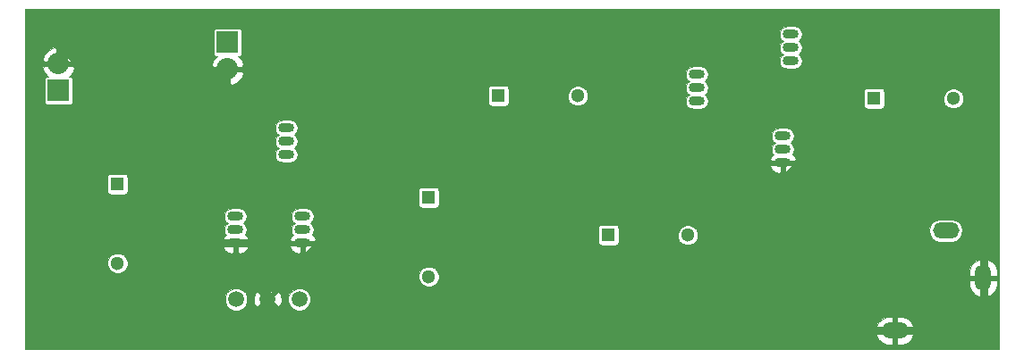
<source format=gbr>
G04 #@! TF.FileFunction,Copper,L2,Bot,Signal*
%FSLAX46Y46*%
G04 Gerber Fmt 4.6, Leading zero omitted, Abs format (unit mm)*
G04 Created by KiCad (PCBNEW 4.0.1-stable) date 1/9/2016 1:44:47 PM*
%MOMM*%
G01*
G04 APERTURE LIST*
%ADD10C,0.100000*%
%ADD11R,2.032000X2.032000*%
%ADD12O,2.032000X2.032000*%
%ADD13R,1.300000X1.300000*%
%ADD14C,1.300000*%
%ADD15O,1.501140X0.899160*%
%ADD16C,1.500000*%
%ADD17O,1.500000X2.500000*%
%ADD18O,2.500000X1.500000*%
%ADD19C,0.600000*%
%ADD20C,0.750000*%
G04 APERTURE END LIST*
D10*
D11*
X43180000Y-91948000D03*
D12*
X43180000Y-94488000D03*
D11*
X27178000Y-96520000D03*
D12*
X27178000Y-93980000D03*
D13*
X32766000Y-105410000D03*
D14*
X32766000Y-112910000D03*
D13*
X62230000Y-106680000D03*
D14*
X62230000Y-114180000D03*
D13*
X68834000Y-97028000D03*
D14*
X76334000Y-97028000D03*
D13*
X79248000Y-110236000D03*
D14*
X86748000Y-110236000D03*
D13*
X104394000Y-97282000D03*
D14*
X111894000Y-97282000D03*
D15*
X43942000Y-109728000D03*
X43942000Y-108458000D03*
X43942000Y-110998000D03*
X48768000Y-101346000D03*
X48768000Y-100076000D03*
X48768000Y-102616000D03*
X50292000Y-109728000D03*
X50292000Y-108458000D03*
X50292000Y-110998000D03*
X87630000Y-96266000D03*
X87630000Y-94996000D03*
X87630000Y-97536000D03*
X96520000Y-92456000D03*
X96520000Y-91186000D03*
X96520000Y-93726000D03*
X95758000Y-102108000D03*
X95758000Y-103378000D03*
X95758000Y-100838000D03*
D16*
X49990000Y-116332000D03*
X46990000Y-116332000D03*
X43990000Y-116332000D03*
D17*
X114724000Y-114300000D03*
D18*
X111174000Y-109800000D03*
X106374000Y-119300000D03*
D19*
X39243000Y-112268000D03*
X25146000Y-102235000D03*
X25273000Y-109347000D03*
X26924000Y-113157000D03*
X27559000Y-117221000D03*
X34671000Y-115951000D03*
X38735000Y-118364000D03*
X29591000Y-101219000D03*
X28956000Y-106172000D03*
X32385000Y-109728000D03*
X36068000Y-108585000D03*
X41402000Y-105410000D03*
X113411000Y-94107000D03*
X111252000Y-92075000D03*
X105791000Y-92075000D03*
X100457000Y-91567000D03*
X100584000Y-94488000D03*
X107061000Y-95504000D03*
X107315000Y-103505000D03*
X107061000Y-114554000D03*
X102362000Y-113792000D03*
X102997000Y-106045000D03*
X103632000Y-100584000D03*
X99060000Y-99695000D03*
X98679000Y-105791000D03*
X97663000Y-110744000D03*
X97917000Y-118364000D03*
X92329000Y-116840000D03*
X93853000Y-108839000D03*
X90297000Y-105029000D03*
X89408000Y-112522000D03*
X84709000Y-117475000D03*
X84074000Y-107696000D03*
X86487000Y-103886000D03*
X81280000Y-103505000D03*
X81153000Y-96266000D03*
X78359000Y-98679000D03*
X78359000Y-106299000D03*
X81407000Y-107823000D03*
X81788000Y-112649000D03*
X78867000Y-117602000D03*
X68580000Y-117221000D03*
X61595000Y-117475000D03*
X66294000Y-113411000D03*
X53086000Y-98806000D03*
X53594000Y-114046000D03*
X56134000Y-111633000D03*
X61087000Y-111252000D03*
X65024000Y-108966000D03*
X69342000Y-111887000D03*
X75946000Y-111506000D03*
X72136000Y-107188000D03*
X67310000Y-107188000D03*
X64770000Y-104775000D03*
X58420000Y-106807000D03*
X50038000Y-105410000D03*
X57150000Y-103378000D03*
X60579000Y-102870000D03*
X67056000Y-103378000D03*
X74168000Y-103505000D03*
X72263000Y-98933000D03*
X64770000Y-98933000D03*
X57658000Y-98806000D03*
X45593000Y-98552000D03*
X49403000Y-98552000D03*
X92964000Y-95123000D03*
X89916000Y-96647000D03*
X89916000Y-100203000D03*
X93091000Y-100203000D03*
X91313000Y-91186000D03*
X87503000Y-93726000D03*
X90043000Y-93091000D03*
X50800000Y-95250000D03*
X78105000Y-92710000D03*
X73914000Y-96393000D03*
X72136000Y-92583000D03*
X69342000Y-94996000D03*
X66548000Y-92329000D03*
X62865000Y-95250000D03*
X60198000Y-92456000D03*
X56515000Y-95504000D03*
X53721000Y-92456000D03*
X25273000Y-93980000D03*
X29083000Y-94107000D03*
X27178000Y-92075000D03*
X112776000Y-114300000D03*
X114808000Y-112141000D03*
X114808000Y-116459000D03*
X104140000Y-119380000D03*
X106426000Y-117602000D03*
X108839000Y-119253000D03*
X94234000Y-103505000D03*
X95758000Y-104775000D03*
X97409000Y-103378000D03*
X86106000Y-98679000D03*
X85979000Y-101473000D03*
X36703000Y-96901000D03*
X38989000Y-96901000D03*
X36576000Y-92837000D03*
X38989000Y-92710000D03*
X37846000Y-91440000D03*
X48133000Y-115189000D03*
X48133000Y-117348000D03*
X45974000Y-117348000D03*
X45974000Y-115189000D03*
X48895000Y-110998000D03*
X50292000Y-112395000D03*
X51943000Y-110998000D03*
X42291000Y-110998000D03*
X43942000Y-112395000D03*
X45720000Y-110998000D03*
X51689000Y-102743000D03*
X53086000Y-104140000D03*
X54483000Y-102743000D03*
X29464000Y-97282000D03*
X30734000Y-95250000D03*
X30734000Y-99060000D03*
X30353000Y-90678000D03*
X35687000Y-90678000D03*
X33020000Y-92329000D03*
X41402000Y-94488000D03*
X44958000Y-94488000D03*
X43180000Y-96266000D03*
D20*
X25146000Y-109220000D02*
X25146000Y-102235000D01*
X25273000Y-109347000D02*
X25146000Y-109220000D01*
X26924000Y-116586000D02*
X26924000Y-113157000D01*
X27559000Y-117221000D02*
X26924000Y-116586000D01*
X36322000Y-115951000D02*
X34671000Y-115951000D01*
X38735000Y-118364000D02*
X36322000Y-115951000D01*
X28956000Y-106299000D02*
X28956000Y-106172000D01*
X32385000Y-109728000D02*
X28956000Y-106299000D01*
X38227000Y-108585000D02*
X36068000Y-108585000D01*
X41402000Y-105410000D02*
X38227000Y-108585000D01*
X113284000Y-94107000D02*
X113411000Y-94107000D01*
X111252000Y-92075000D02*
X113284000Y-94107000D01*
X100965000Y-92075000D02*
X105791000Y-92075000D01*
X100457000Y-91567000D02*
X100965000Y-92075000D01*
X106045000Y-94488000D02*
X100584000Y-94488000D01*
X107061000Y-95504000D02*
X106045000Y-94488000D01*
X107315000Y-114300000D02*
X107315000Y-103505000D01*
X107061000Y-114554000D02*
X107315000Y-114300000D01*
X102362000Y-106680000D02*
X102362000Y-113792000D01*
X102997000Y-106045000D02*
X102362000Y-106680000D01*
X99949000Y-100584000D02*
X103632000Y-100584000D01*
X99060000Y-99695000D02*
X99949000Y-100584000D01*
X98679000Y-109728000D02*
X98679000Y-105791000D01*
X97663000Y-110744000D02*
X98679000Y-109728000D01*
X93853000Y-118364000D02*
X97917000Y-118364000D01*
X92329000Y-116840000D02*
X93853000Y-118364000D01*
X93853000Y-108585000D02*
X93853000Y-108839000D01*
X90297000Y-105029000D02*
X93853000Y-108585000D01*
X89408000Y-112776000D02*
X89408000Y-112522000D01*
X84709000Y-117475000D02*
X89408000Y-112776000D01*
X84074000Y-106299000D02*
X84074000Y-107696000D01*
X86487000Y-103886000D02*
X84074000Y-106299000D01*
X81280000Y-96393000D02*
X81280000Y-103505000D01*
X81153000Y-96266000D02*
X81280000Y-96393000D01*
X78359000Y-106299000D02*
X78359000Y-98679000D01*
X81407000Y-112268000D02*
X81407000Y-107823000D01*
X81788000Y-112649000D02*
X81407000Y-112268000D01*
X68961000Y-117602000D02*
X78867000Y-117602000D01*
X68580000Y-117221000D02*
X68961000Y-117602000D01*
X62230000Y-117475000D02*
X61595000Y-117475000D01*
X66294000Y-113411000D02*
X62230000Y-117475000D01*
X53721000Y-114046000D02*
X53594000Y-114046000D01*
X56134000Y-111633000D02*
X53721000Y-114046000D01*
X62738000Y-111252000D02*
X61087000Y-111252000D01*
X65024000Y-108966000D02*
X62738000Y-111252000D01*
X75565000Y-111887000D02*
X69342000Y-111887000D01*
X75946000Y-111506000D02*
X75565000Y-111887000D01*
X67310000Y-107188000D02*
X72136000Y-107188000D01*
X60452000Y-104775000D02*
X64770000Y-104775000D01*
X58420000Y-106807000D02*
X60452000Y-104775000D01*
X55118000Y-105410000D02*
X50038000Y-105410000D01*
X57150000Y-103378000D02*
X55118000Y-105410000D01*
X66548000Y-102870000D02*
X60579000Y-102870000D01*
X67056000Y-103378000D02*
X66548000Y-102870000D01*
X74168000Y-100838000D02*
X74168000Y-103505000D01*
X72263000Y-98933000D02*
X74168000Y-100838000D01*
X57785000Y-98933000D02*
X64770000Y-98933000D01*
X57658000Y-98806000D02*
X57785000Y-98933000D01*
X47371000Y-98679000D02*
X49276000Y-98679000D01*
X49403000Y-98552000D02*
X49276000Y-98679000D01*
X93091000Y-100203000D02*
X89916000Y-100203000D01*
X90043000Y-92456000D02*
X90043000Y-93091000D01*
X90043000Y-92456000D02*
X91313000Y-91186000D01*
X77597000Y-92710000D02*
X78105000Y-92710000D01*
X73914000Y-96393000D02*
X77597000Y-92710000D01*
X71755000Y-92583000D02*
X72136000Y-92583000D01*
X69342000Y-94996000D02*
X71755000Y-92583000D01*
X65786000Y-92329000D02*
X66548000Y-92329000D01*
X62865000Y-95250000D02*
X65786000Y-92329000D01*
X59563000Y-92456000D02*
X60198000Y-92456000D01*
X56515000Y-95504000D02*
X59563000Y-92456000D01*
X53594000Y-92456000D02*
X53721000Y-92456000D01*
X53594000Y-92456000D02*
X50800000Y-95250000D01*
X29083000Y-94107000D02*
X29083000Y-93980000D01*
X27178000Y-92075000D02*
X29083000Y-93980000D01*
X114808000Y-112141000D02*
X114808000Y-116459000D01*
X104267000Y-119253000D02*
X108839000Y-119253000D01*
X104267000Y-119253000D02*
X104140000Y-119380000D01*
X95758000Y-104775000D02*
X96012000Y-104775000D01*
X97409000Y-103378000D02*
X96012000Y-104775000D01*
X84582000Y-100076000D02*
X85979000Y-101473000D01*
X37846000Y-91567000D02*
X37846000Y-91440000D01*
X37846000Y-91567000D02*
X36576000Y-92837000D01*
X48133000Y-117348000D02*
X45974000Y-117348000D01*
X45974000Y-115189000D02*
X48133000Y-115189000D01*
X50292000Y-112395000D02*
X50546000Y-112395000D01*
X51943000Y-110998000D02*
X50546000Y-112395000D01*
X41529000Y-115189000D02*
X41529000Y-114808000D01*
X43942000Y-112395000D02*
X41529000Y-114808000D01*
X45720000Y-110998000D02*
X42291000Y-110998000D01*
X53086000Y-104140000D02*
X54483000Y-102743000D01*
X30734000Y-98552000D02*
X30734000Y-99060000D01*
X30734000Y-98552000D02*
X29464000Y-97282000D01*
X34671000Y-90678000D02*
X35687000Y-90678000D01*
X33020000Y-92329000D02*
X34671000Y-90678000D01*
X43180000Y-96266000D02*
X41402000Y-94488000D01*
D10*
G36*
X116211000Y-121037000D02*
X23997000Y-121037000D01*
X23997000Y-119703601D01*
X104629825Y-119703601D01*
X104804855Y-120080646D01*
X105184979Y-120430367D01*
X105670000Y-120608000D01*
X106170000Y-120608000D01*
X106170000Y-119504000D01*
X106578000Y-119504000D01*
X106578000Y-120608000D01*
X107078000Y-120608000D01*
X107563021Y-120430367D01*
X107943145Y-120080646D01*
X108118175Y-119703601D01*
X108024555Y-119504000D01*
X106578000Y-119504000D01*
X106170000Y-119504000D01*
X104723445Y-119504000D01*
X104629825Y-119703601D01*
X23997000Y-119703601D01*
X23997000Y-118896399D01*
X104629825Y-118896399D01*
X104723445Y-119096000D01*
X106170000Y-119096000D01*
X106170000Y-117992000D01*
X106578000Y-117992000D01*
X106578000Y-119096000D01*
X108024555Y-119096000D01*
X108118175Y-118896399D01*
X107943145Y-118519354D01*
X107563021Y-118169633D01*
X107078000Y-117992000D01*
X106578000Y-117992000D01*
X106170000Y-117992000D01*
X105670000Y-117992000D01*
X105184979Y-118169633D01*
X104804855Y-118519354D01*
X104629825Y-118896399D01*
X23997000Y-118896399D01*
X23997000Y-116539942D01*
X42939818Y-116539942D01*
X43099334Y-116926000D01*
X43394446Y-117221628D01*
X43780226Y-117381818D01*
X44197942Y-117382182D01*
X44376965Y-117308211D01*
X46302288Y-117308211D01*
X46380380Y-117518136D01*
X46880699Y-117661138D01*
X47397658Y-117601791D01*
X47599620Y-117518136D01*
X47677712Y-117308211D01*
X46990000Y-116620500D01*
X46302288Y-117308211D01*
X44376965Y-117308211D01*
X44584000Y-117222666D01*
X44879628Y-116927554D01*
X45039818Y-116541774D01*
X45040096Y-116222699D01*
X45660862Y-116222699D01*
X45720209Y-116739658D01*
X45803864Y-116941620D01*
X46013789Y-117019712D01*
X46701500Y-116332000D01*
X47278500Y-116332000D01*
X47966211Y-117019712D01*
X48176136Y-116941620D01*
X48290944Y-116539942D01*
X48939818Y-116539942D01*
X49099334Y-116926000D01*
X49394446Y-117221628D01*
X49780226Y-117381818D01*
X50197942Y-117382182D01*
X50584000Y-117222666D01*
X50879628Y-116927554D01*
X51039818Y-116541774D01*
X51040182Y-116124058D01*
X50880666Y-115738000D01*
X50585554Y-115442372D01*
X50199774Y-115282182D01*
X49782058Y-115281818D01*
X49396000Y-115441334D01*
X49100372Y-115736446D01*
X48940182Y-116122226D01*
X48939818Y-116539942D01*
X48290944Y-116539942D01*
X48319138Y-116441301D01*
X48259791Y-115924342D01*
X48176136Y-115722380D01*
X47966211Y-115644288D01*
X47278500Y-116332000D01*
X46701500Y-116332000D01*
X46013789Y-115644288D01*
X45803864Y-115722380D01*
X45660862Y-116222699D01*
X45040096Y-116222699D01*
X45040182Y-116124058D01*
X44880666Y-115738000D01*
X44585554Y-115442372D01*
X44377040Y-115355789D01*
X46302288Y-115355789D01*
X46990000Y-116043500D01*
X47677712Y-115355789D01*
X47599620Y-115145864D01*
X47099301Y-115002862D01*
X46582342Y-115062209D01*
X46380380Y-115145864D01*
X46302288Y-115355789D01*
X44377040Y-115355789D01*
X44199774Y-115282182D01*
X43782058Y-115281818D01*
X43396000Y-115441334D01*
X43100372Y-115736446D01*
X42940182Y-116122226D01*
X42939818Y-116539942D01*
X23997000Y-116539942D01*
X23997000Y-114368138D01*
X61279835Y-114368138D01*
X61424159Y-114717429D01*
X61691165Y-114984902D01*
X62040204Y-115129835D01*
X62418138Y-115130165D01*
X62767429Y-114985841D01*
X63034902Y-114718835D01*
X63124108Y-114504000D01*
X113416000Y-114504000D01*
X113416000Y-115004000D01*
X113593633Y-115489021D01*
X113943354Y-115869145D01*
X114320399Y-116044175D01*
X114520000Y-115950555D01*
X114520000Y-114504000D01*
X114928000Y-114504000D01*
X114928000Y-115950555D01*
X115127601Y-116044175D01*
X115504646Y-115869145D01*
X115854367Y-115489021D01*
X116032000Y-115004000D01*
X116032000Y-114504000D01*
X114928000Y-114504000D01*
X114520000Y-114504000D01*
X113416000Y-114504000D01*
X63124108Y-114504000D01*
X63179835Y-114369796D01*
X63180165Y-113991862D01*
X63035841Y-113642571D01*
X62989352Y-113596000D01*
X113416000Y-113596000D01*
X113416000Y-114096000D01*
X114520000Y-114096000D01*
X114520000Y-112649445D01*
X114928000Y-112649445D01*
X114928000Y-114096000D01*
X116032000Y-114096000D01*
X116032000Y-113596000D01*
X115854367Y-113110979D01*
X115504646Y-112730855D01*
X115127601Y-112555825D01*
X114928000Y-112649445D01*
X114520000Y-112649445D01*
X114320399Y-112555825D01*
X113943354Y-112730855D01*
X113593633Y-113110979D01*
X113416000Y-113596000D01*
X62989352Y-113596000D01*
X62768835Y-113375098D01*
X62419796Y-113230165D01*
X62041862Y-113229835D01*
X61692571Y-113374159D01*
X61425098Y-113641165D01*
X61280165Y-113990204D01*
X61279835Y-114368138D01*
X23997000Y-114368138D01*
X23997000Y-113098138D01*
X31815835Y-113098138D01*
X31960159Y-113447429D01*
X32227165Y-113714902D01*
X32576204Y-113859835D01*
X32954138Y-113860165D01*
X33303429Y-113715841D01*
X33570902Y-113448835D01*
X33715835Y-113099796D01*
X33716165Y-112721862D01*
X33571841Y-112372571D01*
X33304835Y-112105098D01*
X32955796Y-111960165D01*
X32577862Y-111959835D01*
X32228571Y-112104159D01*
X31961098Y-112371165D01*
X31816165Y-112720204D01*
X31815835Y-113098138D01*
X23997000Y-113098138D01*
X23997000Y-111353844D01*
X42698359Y-111353844D01*
X42874974Y-111674444D01*
X43192149Y-111916102D01*
X43577659Y-112017987D01*
X43738000Y-111875840D01*
X43738000Y-111202000D01*
X44146000Y-111202000D01*
X44146000Y-111875840D01*
X44306341Y-112017987D01*
X44691851Y-111916102D01*
X45009026Y-111674444D01*
X45185641Y-111353844D01*
X49048359Y-111353844D01*
X49224974Y-111674444D01*
X49542149Y-111916102D01*
X49927659Y-112017987D01*
X50088000Y-111875840D01*
X50088000Y-111202000D01*
X50496000Y-111202000D01*
X50496000Y-111875840D01*
X50656341Y-112017987D01*
X51041851Y-111916102D01*
X51359026Y-111674444D01*
X51535641Y-111353844D01*
X51436759Y-111202000D01*
X50496000Y-111202000D01*
X50088000Y-111202000D01*
X49147241Y-111202000D01*
X49048359Y-111353844D01*
X45185641Y-111353844D01*
X45086759Y-111202000D01*
X44146000Y-111202000D01*
X43738000Y-111202000D01*
X42797241Y-111202000D01*
X42698359Y-111353844D01*
X23997000Y-111353844D01*
X23997000Y-110642156D01*
X42698359Y-110642156D01*
X42797241Y-110794000D01*
X43738000Y-110794000D01*
X43738000Y-110774000D01*
X44146000Y-110774000D01*
X44146000Y-110794000D01*
X45086759Y-110794000D01*
X45185641Y-110642156D01*
X49048359Y-110642156D01*
X49147241Y-110794000D01*
X50088000Y-110794000D01*
X50088000Y-110774000D01*
X50496000Y-110774000D01*
X50496000Y-110794000D01*
X51436759Y-110794000D01*
X51535641Y-110642156D01*
X51359026Y-110321556D01*
X51188151Y-110191365D01*
X51306094Y-110014852D01*
X51363152Y-109728000D01*
X51334907Y-109586000D01*
X78292123Y-109586000D01*
X78292123Y-110886000D01*
X78313042Y-110997173D01*
X78378745Y-111099279D01*
X78478997Y-111167778D01*
X78598000Y-111191877D01*
X79898000Y-111191877D01*
X80009173Y-111170958D01*
X80111279Y-111105255D01*
X80179778Y-111005003D01*
X80203877Y-110886000D01*
X80203877Y-110424138D01*
X85797835Y-110424138D01*
X85942159Y-110773429D01*
X86209165Y-111040902D01*
X86558204Y-111185835D01*
X86936138Y-111186165D01*
X87285429Y-111041841D01*
X87552902Y-110774835D01*
X87697835Y-110425796D01*
X87698165Y-110047862D01*
X87595751Y-109800000D01*
X109593634Y-109800000D01*
X109673560Y-110201818D01*
X109901172Y-110542462D01*
X110241816Y-110770074D01*
X110643634Y-110850000D01*
X111704366Y-110850000D01*
X112106184Y-110770074D01*
X112446828Y-110542462D01*
X112674440Y-110201818D01*
X112754366Y-109800000D01*
X112674440Y-109398182D01*
X112446828Y-109057538D01*
X112106184Y-108829926D01*
X111704366Y-108750000D01*
X110643634Y-108750000D01*
X110241816Y-108829926D01*
X109901172Y-109057538D01*
X109673560Y-109398182D01*
X109593634Y-109800000D01*
X87595751Y-109800000D01*
X87553841Y-109698571D01*
X87286835Y-109431098D01*
X86937796Y-109286165D01*
X86559862Y-109285835D01*
X86210571Y-109430159D01*
X85943098Y-109697165D01*
X85798165Y-110046204D01*
X85797835Y-110424138D01*
X80203877Y-110424138D01*
X80203877Y-109586000D01*
X80182958Y-109474827D01*
X80117255Y-109372721D01*
X80017003Y-109304222D01*
X79898000Y-109280123D01*
X78598000Y-109280123D01*
X78486827Y-109301042D01*
X78384721Y-109366745D01*
X78316222Y-109466997D01*
X78292123Y-109586000D01*
X51334907Y-109586000D01*
X51306094Y-109441148D01*
X51143605Y-109197967D01*
X50986511Y-109093000D01*
X51143605Y-108988033D01*
X51306094Y-108744852D01*
X51363152Y-108458000D01*
X51306094Y-108171148D01*
X51143605Y-107927967D01*
X50900424Y-107765478D01*
X50613572Y-107708420D01*
X49970428Y-107708420D01*
X49683576Y-107765478D01*
X49440395Y-107927967D01*
X49277906Y-108171148D01*
X49220848Y-108458000D01*
X49277906Y-108744852D01*
X49440395Y-108988033D01*
X49597489Y-109093000D01*
X49440395Y-109197967D01*
X49277906Y-109441148D01*
X49220848Y-109728000D01*
X49277906Y-110014852D01*
X49395849Y-110191365D01*
X49224974Y-110321556D01*
X49048359Y-110642156D01*
X45185641Y-110642156D01*
X45009026Y-110321556D01*
X44838151Y-110191365D01*
X44956094Y-110014852D01*
X45013152Y-109728000D01*
X44956094Y-109441148D01*
X44793605Y-109197967D01*
X44636511Y-109093000D01*
X44793605Y-108988033D01*
X44956094Y-108744852D01*
X45013152Y-108458000D01*
X44956094Y-108171148D01*
X44793605Y-107927967D01*
X44550424Y-107765478D01*
X44263572Y-107708420D01*
X43620428Y-107708420D01*
X43333576Y-107765478D01*
X43090395Y-107927967D01*
X42927906Y-108171148D01*
X42870848Y-108458000D01*
X42927906Y-108744852D01*
X43090395Y-108988033D01*
X43247489Y-109093000D01*
X43090395Y-109197967D01*
X42927906Y-109441148D01*
X42870848Y-109728000D01*
X42927906Y-110014852D01*
X43045849Y-110191365D01*
X42874974Y-110321556D01*
X42698359Y-110642156D01*
X23997000Y-110642156D01*
X23997000Y-104760000D01*
X31810123Y-104760000D01*
X31810123Y-106060000D01*
X31831042Y-106171173D01*
X31896745Y-106273279D01*
X31996997Y-106341778D01*
X32116000Y-106365877D01*
X33416000Y-106365877D01*
X33527173Y-106344958D01*
X33629279Y-106279255D01*
X33697778Y-106179003D01*
X33721877Y-106060000D01*
X33721877Y-106030000D01*
X61274123Y-106030000D01*
X61274123Y-107330000D01*
X61295042Y-107441173D01*
X61360745Y-107543279D01*
X61460997Y-107611778D01*
X61580000Y-107635877D01*
X62880000Y-107635877D01*
X62991173Y-107614958D01*
X63093279Y-107549255D01*
X63161778Y-107449003D01*
X63185877Y-107330000D01*
X63185877Y-106030000D01*
X63164958Y-105918827D01*
X63099255Y-105816721D01*
X62999003Y-105748222D01*
X62880000Y-105724123D01*
X61580000Y-105724123D01*
X61468827Y-105745042D01*
X61366721Y-105810745D01*
X61298222Y-105910997D01*
X61274123Y-106030000D01*
X33721877Y-106030000D01*
X33721877Y-104760000D01*
X33700958Y-104648827D01*
X33635255Y-104546721D01*
X33535003Y-104478222D01*
X33416000Y-104454123D01*
X32116000Y-104454123D01*
X32004827Y-104475042D01*
X31902721Y-104540745D01*
X31834222Y-104640997D01*
X31810123Y-104760000D01*
X23997000Y-104760000D01*
X23997000Y-103733844D01*
X94514359Y-103733844D01*
X94690974Y-104054444D01*
X95008149Y-104296102D01*
X95393659Y-104397987D01*
X95554000Y-104255840D01*
X95554000Y-103582000D01*
X95962000Y-103582000D01*
X95962000Y-104255840D01*
X96122341Y-104397987D01*
X96507851Y-104296102D01*
X96825026Y-104054444D01*
X97001641Y-103733844D01*
X96902759Y-103582000D01*
X95962000Y-103582000D01*
X95554000Y-103582000D01*
X94613241Y-103582000D01*
X94514359Y-103733844D01*
X23997000Y-103733844D01*
X23997000Y-100076000D01*
X47696848Y-100076000D01*
X47753906Y-100362852D01*
X47916395Y-100606033D01*
X48073489Y-100711000D01*
X47916395Y-100815967D01*
X47753906Y-101059148D01*
X47696848Y-101346000D01*
X47753906Y-101632852D01*
X47916395Y-101876033D01*
X48073489Y-101981000D01*
X47916395Y-102085967D01*
X47753906Y-102329148D01*
X47696848Y-102616000D01*
X47753906Y-102902852D01*
X47916395Y-103146033D01*
X48159576Y-103308522D01*
X48446428Y-103365580D01*
X49089572Y-103365580D01*
X49376424Y-103308522D01*
X49619605Y-103146033D01*
X49702377Y-103022156D01*
X94514359Y-103022156D01*
X94613241Y-103174000D01*
X95554000Y-103174000D01*
X95554000Y-103154000D01*
X95962000Y-103154000D01*
X95962000Y-103174000D01*
X96902759Y-103174000D01*
X97001641Y-103022156D01*
X96825026Y-102701556D01*
X96654151Y-102571365D01*
X96772094Y-102394852D01*
X96829152Y-102108000D01*
X96772094Y-101821148D01*
X96609605Y-101577967D01*
X96452511Y-101473000D01*
X96609605Y-101368033D01*
X96772094Y-101124852D01*
X96829152Y-100838000D01*
X96772094Y-100551148D01*
X96609605Y-100307967D01*
X96366424Y-100145478D01*
X96079572Y-100088420D01*
X95436428Y-100088420D01*
X95149576Y-100145478D01*
X94906395Y-100307967D01*
X94743906Y-100551148D01*
X94686848Y-100838000D01*
X94743906Y-101124852D01*
X94906395Y-101368033D01*
X95063489Y-101473000D01*
X94906395Y-101577967D01*
X94743906Y-101821148D01*
X94686848Y-102108000D01*
X94743906Y-102394852D01*
X94861849Y-102571365D01*
X94690974Y-102701556D01*
X94514359Y-103022156D01*
X49702377Y-103022156D01*
X49782094Y-102902852D01*
X49839152Y-102616000D01*
X49782094Y-102329148D01*
X49619605Y-102085967D01*
X49462511Y-101981000D01*
X49619605Y-101876033D01*
X49782094Y-101632852D01*
X49839152Y-101346000D01*
X49782094Y-101059148D01*
X49619605Y-100815967D01*
X49462511Y-100711000D01*
X49619605Y-100606033D01*
X49782094Y-100362852D01*
X49839152Y-100076000D01*
X49782094Y-99789148D01*
X49619605Y-99545967D01*
X49376424Y-99383478D01*
X49089572Y-99326420D01*
X48446428Y-99326420D01*
X48159576Y-99383478D01*
X47916395Y-99545967D01*
X47753906Y-99789148D01*
X47696848Y-100076000D01*
X23997000Y-100076000D01*
X23997000Y-94425639D01*
X25668404Y-94425639D01*
X25795427Y-94732340D01*
X26183547Y-95198123D01*
X26162000Y-95198123D01*
X26050827Y-95219042D01*
X25948721Y-95284745D01*
X25880222Y-95384997D01*
X25856123Y-95504000D01*
X25856123Y-97536000D01*
X25877042Y-97647173D01*
X25942745Y-97749279D01*
X26042997Y-97817778D01*
X26162000Y-97841877D01*
X28194000Y-97841877D01*
X28305173Y-97820958D01*
X28407279Y-97755255D01*
X28475778Y-97655003D01*
X28499877Y-97536000D01*
X28499877Y-96378000D01*
X67878123Y-96378000D01*
X67878123Y-97678000D01*
X67899042Y-97789173D01*
X67964745Y-97891279D01*
X68064997Y-97959778D01*
X68184000Y-97983877D01*
X69484000Y-97983877D01*
X69595173Y-97962958D01*
X69697279Y-97897255D01*
X69765778Y-97797003D01*
X69789877Y-97678000D01*
X69789877Y-97216138D01*
X75383835Y-97216138D01*
X75528159Y-97565429D01*
X75795165Y-97832902D01*
X76144204Y-97977835D01*
X76522138Y-97978165D01*
X76871429Y-97833841D01*
X77138902Y-97566835D01*
X77283835Y-97217796D01*
X77284165Y-96839862D01*
X77139841Y-96490571D01*
X76872835Y-96223098D01*
X76523796Y-96078165D01*
X76145862Y-96077835D01*
X75796571Y-96222159D01*
X75529098Y-96489165D01*
X75384165Y-96838204D01*
X75383835Y-97216138D01*
X69789877Y-97216138D01*
X69789877Y-96378000D01*
X69768958Y-96266827D01*
X69703255Y-96164721D01*
X69603003Y-96096222D01*
X69484000Y-96072123D01*
X68184000Y-96072123D01*
X68072827Y-96093042D01*
X67970721Y-96158745D01*
X67902222Y-96258997D01*
X67878123Y-96378000D01*
X28499877Y-96378000D01*
X28499877Y-95504000D01*
X28478958Y-95392827D01*
X28413255Y-95290721D01*
X28313003Y-95222222D01*
X28194000Y-95198123D01*
X28172453Y-95198123D01*
X28392837Y-94933639D01*
X41670404Y-94933639D01*
X41797427Y-95240340D01*
X42190577Y-95712159D01*
X42734358Y-95997611D01*
X42976000Y-95909239D01*
X42976000Y-94692000D01*
X43384000Y-94692000D01*
X43384000Y-95909239D01*
X43625642Y-95997611D01*
X44169423Y-95712159D01*
X44562573Y-95240340D01*
X44663768Y-94996000D01*
X86558848Y-94996000D01*
X86615906Y-95282852D01*
X86778395Y-95526033D01*
X86935489Y-95631000D01*
X86778395Y-95735967D01*
X86615906Y-95979148D01*
X86558848Y-96266000D01*
X86615906Y-96552852D01*
X86778395Y-96796033D01*
X86935489Y-96901000D01*
X86778395Y-97005967D01*
X86615906Y-97249148D01*
X86558848Y-97536000D01*
X86615906Y-97822852D01*
X86778395Y-98066033D01*
X87021576Y-98228522D01*
X87308428Y-98285580D01*
X87951572Y-98285580D01*
X88238424Y-98228522D01*
X88481605Y-98066033D01*
X88644094Y-97822852D01*
X88701152Y-97536000D01*
X88644094Y-97249148D01*
X88481605Y-97005967D01*
X88324511Y-96901000D01*
X88481605Y-96796033D01*
X88591208Y-96632000D01*
X103438123Y-96632000D01*
X103438123Y-97932000D01*
X103459042Y-98043173D01*
X103524745Y-98145279D01*
X103624997Y-98213778D01*
X103744000Y-98237877D01*
X105044000Y-98237877D01*
X105155173Y-98216958D01*
X105257279Y-98151255D01*
X105325778Y-98051003D01*
X105349877Y-97932000D01*
X105349877Y-97470138D01*
X110943835Y-97470138D01*
X111088159Y-97819429D01*
X111355165Y-98086902D01*
X111704204Y-98231835D01*
X112082138Y-98232165D01*
X112431429Y-98087841D01*
X112698902Y-97820835D01*
X112843835Y-97471796D01*
X112844165Y-97093862D01*
X112699841Y-96744571D01*
X112432835Y-96477098D01*
X112083796Y-96332165D01*
X111705862Y-96331835D01*
X111356571Y-96476159D01*
X111089098Y-96743165D01*
X110944165Y-97092204D01*
X110943835Y-97470138D01*
X105349877Y-97470138D01*
X105349877Y-96632000D01*
X105328958Y-96520827D01*
X105263255Y-96418721D01*
X105163003Y-96350222D01*
X105044000Y-96326123D01*
X103744000Y-96326123D01*
X103632827Y-96347042D01*
X103530721Y-96412745D01*
X103462222Y-96512997D01*
X103438123Y-96632000D01*
X88591208Y-96632000D01*
X88644094Y-96552852D01*
X88701152Y-96266000D01*
X88644094Y-95979148D01*
X88481605Y-95735967D01*
X88324511Y-95631000D01*
X88481605Y-95526033D01*
X88644094Y-95282852D01*
X88701152Y-94996000D01*
X88644094Y-94709148D01*
X88481605Y-94465967D01*
X88238424Y-94303478D01*
X87951572Y-94246420D01*
X87308428Y-94246420D01*
X87021576Y-94303478D01*
X86778395Y-94465967D01*
X86615906Y-94709148D01*
X86558848Y-94996000D01*
X44663768Y-94996000D01*
X44689596Y-94933639D01*
X44599921Y-94692000D01*
X43384000Y-94692000D01*
X42976000Y-94692000D01*
X41760079Y-94692000D01*
X41670404Y-94933639D01*
X28392837Y-94933639D01*
X28560573Y-94732340D01*
X28687596Y-94425639D01*
X28597921Y-94184000D01*
X27382000Y-94184000D01*
X27382000Y-94204000D01*
X26974000Y-94204000D01*
X26974000Y-94184000D01*
X25758079Y-94184000D01*
X25668404Y-94425639D01*
X23997000Y-94425639D01*
X23997000Y-94042361D01*
X41670404Y-94042361D01*
X41760079Y-94284000D01*
X42976000Y-94284000D01*
X42976000Y-94264000D01*
X43384000Y-94264000D01*
X43384000Y-94284000D01*
X44599921Y-94284000D01*
X44689596Y-94042361D01*
X44562573Y-93735660D01*
X44174453Y-93269877D01*
X44196000Y-93269877D01*
X44307173Y-93248958D01*
X44409279Y-93183255D01*
X44477778Y-93083003D01*
X44501877Y-92964000D01*
X44501877Y-91186000D01*
X95448848Y-91186000D01*
X95505906Y-91472852D01*
X95668395Y-91716033D01*
X95825489Y-91821000D01*
X95668395Y-91925967D01*
X95505906Y-92169148D01*
X95448848Y-92456000D01*
X95505906Y-92742852D01*
X95668395Y-92986033D01*
X95825489Y-93091000D01*
X95668395Y-93195967D01*
X95505906Y-93439148D01*
X95448848Y-93726000D01*
X95505906Y-94012852D01*
X95668395Y-94256033D01*
X95911576Y-94418522D01*
X96198428Y-94475580D01*
X96841572Y-94475580D01*
X97128424Y-94418522D01*
X97371605Y-94256033D01*
X97534094Y-94012852D01*
X97591152Y-93726000D01*
X97534094Y-93439148D01*
X97371605Y-93195967D01*
X97214511Y-93091000D01*
X97371605Y-92986033D01*
X97534094Y-92742852D01*
X97591152Y-92456000D01*
X97534094Y-92169148D01*
X97371605Y-91925967D01*
X97214511Y-91821000D01*
X97371605Y-91716033D01*
X97534094Y-91472852D01*
X97591152Y-91186000D01*
X97534094Y-90899148D01*
X97371605Y-90655967D01*
X97128424Y-90493478D01*
X96841572Y-90436420D01*
X96198428Y-90436420D01*
X95911576Y-90493478D01*
X95668395Y-90655967D01*
X95505906Y-90899148D01*
X95448848Y-91186000D01*
X44501877Y-91186000D01*
X44501877Y-90932000D01*
X44480958Y-90820827D01*
X44415255Y-90718721D01*
X44315003Y-90650222D01*
X44196000Y-90626123D01*
X42164000Y-90626123D01*
X42052827Y-90647042D01*
X41950721Y-90712745D01*
X41882222Y-90812997D01*
X41858123Y-90932000D01*
X41858123Y-92964000D01*
X41879042Y-93075173D01*
X41944745Y-93177279D01*
X42044997Y-93245778D01*
X42164000Y-93269877D01*
X42185547Y-93269877D01*
X41797427Y-93735660D01*
X41670404Y-94042361D01*
X23997000Y-94042361D01*
X23997000Y-93534361D01*
X25668404Y-93534361D01*
X25758079Y-93776000D01*
X26974000Y-93776000D01*
X26974000Y-92558761D01*
X27382000Y-92558761D01*
X27382000Y-93776000D01*
X28597921Y-93776000D01*
X28687596Y-93534361D01*
X28560573Y-93227660D01*
X28167423Y-92755841D01*
X27623642Y-92470389D01*
X27382000Y-92558761D01*
X26974000Y-92558761D01*
X26732358Y-92470389D01*
X26188577Y-92755841D01*
X25795427Y-93227660D01*
X25668404Y-93534361D01*
X23997000Y-93534361D01*
X23997000Y-88767000D01*
X116211000Y-88767000D01*
X116211000Y-121037000D01*
X116211000Y-121037000D01*
G37*
X116211000Y-121037000D02*
X23997000Y-121037000D01*
X23997000Y-119703601D01*
X104629825Y-119703601D01*
X104804855Y-120080646D01*
X105184979Y-120430367D01*
X105670000Y-120608000D01*
X106170000Y-120608000D01*
X106170000Y-119504000D01*
X106578000Y-119504000D01*
X106578000Y-120608000D01*
X107078000Y-120608000D01*
X107563021Y-120430367D01*
X107943145Y-120080646D01*
X108118175Y-119703601D01*
X108024555Y-119504000D01*
X106578000Y-119504000D01*
X106170000Y-119504000D01*
X104723445Y-119504000D01*
X104629825Y-119703601D01*
X23997000Y-119703601D01*
X23997000Y-118896399D01*
X104629825Y-118896399D01*
X104723445Y-119096000D01*
X106170000Y-119096000D01*
X106170000Y-117992000D01*
X106578000Y-117992000D01*
X106578000Y-119096000D01*
X108024555Y-119096000D01*
X108118175Y-118896399D01*
X107943145Y-118519354D01*
X107563021Y-118169633D01*
X107078000Y-117992000D01*
X106578000Y-117992000D01*
X106170000Y-117992000D01*
X105670000Y-117992000D01*
X105184979Y-118169633D01*
X104804855Y-118519354D01*
X104629825Y-118896399D01*
X23997000Y-118896399D01*
X23997000Y-116539942D01*
X42939818Y-116539942D01*
X43099334Y-116926000D01*
X43394446Y-117221628D01*
X43780226Y-117381818D01*
X44197942Y-117382182D01*
X44376965Y-117308211D01*
X46302288Y-117308211D01*
X46380380Y-117518136D01*
X46880699Y-117661138D01*
X47397658Y-117601791D01*
X47599620Y-117518136D01*
X47677712Y-117308211D01*
X46990000Y-116620500D01*
X46302288Y-117308211D01*
X44376965Y-117308211D01*
X44584000Y-117222666D01*
X44879628Y-116927554D01*
X45039818Y-116541774D01*
X45040096Y-116222699D01*
X45660862Y-116222699D01*
X45720209Y-116739658D01*
X45803864Y-116941620D01*
X46013789Y-117019712D01*
X46701500Y-116332000D01*
X47278500Y-116332000D01*
X47966211Y-117019712D01*
X48176136Y-116941620D01*
X48290944Y-116539942D01*
X48939818Y-116539942D01*
X49099334Y-116926000D01*
X49394446Y-117221628D01*
X49780226Y-117381818D01*
X50197942Y-117382182D01*
X50584000Y-117222666D01*
X50879628Y-116927554D01*
X51039818Y-116541774D01*
X51040182Y-116124058D01*
X50880666Y-115738000D01*
X50585554Y-115442372D01*
X50199774Y-115282182D01*
X49782058Y-115281818D01*
X49396000Y-115441334D01*
X49100372Y-115736446D01*
X48940182Y-116122226D01*
X48939818Y-116539942D01*
X48290944Y-116539942D01*
X48319138Y-116441301D01*
X48259791Y-115924342D01*
X48176136Y-115722380D01*
X47966211Y-115644288D01*
X47278500Y-116332000D01*
X46701500Y-116332000D01*
X46013789Y-115644288D01*
X45803864Y-115722380D01*
X45660862Y-116222699D01*
X45040096Y-116222699D01*
X45040182Y-116124058D01*
X44880666Y-115738000D01*
X44585554Y-115442372D01*
X44377040Y-115355789D01*
X46302288Y-115355789D01*
X46990000Y-116043500D01*
X47677712Y-115355789D01*
X47599620Y-115145864D01*
X47099301Y-115002862D01*
X46582342Y-115062209D01*
X46380380Y-115145864D01*
X46302288Y-115355789D01*
X44377040Y-115355789D01*
X44199774Y-115282182D01*
X43782058Y-115281818D01*
X43396000Y-115441334D01*
X43100372Y-115736446D01*
X42940182Y-116122226D01*
X42939818Y-116539942D01*
X23997000Y-116539942D01*
X23997000Y-114368138D01*
X61279835Y-114368138D01*
X61424159Y-114717429D01*
X61691165Y-114984902D01*
X62040204Y-115129835D01*
X62418138Y-115130165D01*
X62767429Y-114985841D01*
X63034902Y-114718835D01*
X63124108Y-114504000D01*
X113416000Y-114504000D01*
X113416000Y-115004000D01*
X113593633Y-115489021D01*
X113943354Y-115869145D01*
X114320399Y-116044175D01*
X114520000Y-115950555D01*
X114520000Y-114504000D01*
X114928000Y-114504000D01*
X114928000Y-115950555D01*
X115127601Y-116044175D01*
X115504646Y-115869145D01*
X115854367Y-115489021D01*
X116032000Y-115004000D01*
X116032000Y-114504000D01*
X114928000Y-114504000D01*
X114520000Y-114504000D01*
X113416000Y-114504000D01*
X63124108Y-114504000D01*
X63179835Y-114369796D01*
X63180165Y-113991862D01*
X63035841Y-113642571D01*
X62989352Y-113596000D01*
X113416000Y-113596000D01*
X113416000Y-114096000D01*
X114520000Y-114096000D01*
X114520000Y-112649445D01*
X114928000Y-112649445D01*
X114928000Y-114096000D01*
X116032000Y-114096000D01*
X116032000Y-113596000D01*
X115854367Y-113110979D01*
X115504646Y-112730855D01*
X115127601Y-112555825D01*
X114928000Y-112649445D01*
X114520000Y-112649445D01*
X114320399Y-112555825D01*
X113943354Y-112730855D01*
X113593633Y-113110979D01*
X113416000Y-113596000D01*
X62989352Y-113596000D01*
X62768835Y-113375098D01*
X62419796Y-113230165D01*
X62041862Y-113229835D01*
X61692571Y-113374159D01*
X61425098Y-113641165D01*
X61280165Y-113990204D01*
X61279835Y-114368138D01*
X23997000Y-114368138D01*
X23997000Y-113098138D01*
X31815835Y-113098138D01*
X31960159Y-113447429D01*
X32227165Y-113714902D01*
X32576204Y-113859835D01*
X32954138Y-113860165D01*
X33303429Y-113715841D01*
X33570902Y-113448835D01*
X33715835Y-113099796D01*
X33716165Y-112721862D01*
X33571841Y-112372571D01*
X33304835Y-112105098D01*
X32955796Y-111960165D01*
X32577862Y-111959835D01*
X32228571Y-112104159D01*
X31961098Y-112371165D01*
X31816165Y-112720204D01*
X31815835Y-113098138D01*
X23997000Y-113098138D01*
X23997000Y-111353844D01*
X42698359Y-111353844D01*
X42874974Y-111674444D01*
X43192149Y-111916102D01*
X43577659Y-112017987D01*
X43738000Y-111875840D01*
X43738000Y-111202000D01*
X44146000Y-111202000D01*
X44146000Y-111875840D01*
X44306341Y-112017987D01*
X44691851Y-111916102D01*
X45009026Y-111674444D01*
X45185641Y-111353844D01*
X49048359Y-111353844D01*
X49224974Y-111674444D01*
X49542149Y-111916102D01*
X49927659Y-112017987D01*
X50088000Y-111875840D01*
X50088000Y-111202000D01*
X50496000Y-111202000D01*
X50496000Y-111875840D01*
X50656341Y-112017987D01*
X51041851Y-111916102D01*
X51359026Y-111674444D01*
X51535641Y-111353844D01*
X51436759Y-111202000D01*
X50496000Y-111202000D01*
X50088000Y-111202000D01*
X49147241Y-111202000D01*
X49048359Y-111353844D01*
X45185641Y-111353844D01*
X45086759Y-111202000D01*
X44146000Y-111202000D01*
X43738000Y-111202000D01*
X42797241Y-111202000D01*
X42698359Y-111353844D01*
X23997000Y-111353844D01*
X23997000Y-110642156D01*
X42698359Y-110642156D01*
X42797241Y-110794000D01*
X43738000Y-110794000D01*
X43738000Y-110774000D01*
X44146000Y-110774000D01*
X44146000Y-110794000D01*
X45086759Y-110794000D01*
X45185641Y-110642156D01*
X49048359Y-110642156D01*
X49147241Y-110794000D01*
X50088000Y-110794000D01*
X50088000Y-110774000D01*
X50496000Y-110774000D01*
X50496000Y-110794000D01*
X51436759Y-110794000D01*
X51535641Y-110642156D01*
X51359026Y-110321556D01*
X51188151Y-110191365D01*
X51306094Y-110014852D01*
X51363152Y-109728000D01*
X51334907Y-109586000D01*
X78292123Y-109586000D01*
X78292123Y-110886000D01*
X78313042Y-110997173D01*
X78378745Y-111099279D01*
X78478997Y-111167778D01*
X78598000Y-111191877D01*
X79898000Y-111191877D01*
X80009173Y-111170958D01*
X80111279Y-111105255D01*
X80179778Y-111005003D01*
X80203877Y-110886000D01*
X80203877Y-110424138D01*
X85797835Y-110424138D01*
X85942159Y-110773429D01*
X86209165Y-111040902D01*
X86558204Y-111185835D01*
X86936138Y-111186165D01*
X87285429Y-111041841D01*
X87552902Y-110774835D01*
X87697835Y-110425796D01*
X87698165Y-110047862D01*
X87595751Y-109800000D01*
X109593634Y-109800000D01*
X109673560Y-110201818D01*
X109901172Y-110542462D01*
X110241816Y-110770074D01*
X110643634Y-110850000D01*
X111704366Y-110850000D01*
X112106184Y-110770074D01*
X112446828Y-110542462D01*
X112674440Y-110201818D01*
X112754366Y-109800000D01*
X112674440Y-109398182D01*
X112446828Y-109057538D01*
X112106184Y-108829926D01*
X111704366Y-108750000D01*
X110643634Y-108750000D01*
X110241816Y-108829926D01*
X109901172Y-109057538D01*
X109673560Y-109398182D01*
X109593634Y-109800000D01*
X87595751Y-109800000D01*
X87553841Y-109698571D01*
X87286835Y-109431098D01*
X86937796Y-109286165D01*
X86559862Y-109285835D01*
X86210571Y-109430159D01*
X85943098Y-109697165D01*
X85798165Y-110046204D01*
X85797835Y-110424138D01*
X80203877Y-110424138D01*
X80203877Y-109586000D01*
X80182958Y-109474827D01*
X80117255Y-109372721D01*
X80017003Y-109304222D01*
X79898000Y-109280123D01*
X78598000Y-109280123D01*
X78486827Y-109301042D01*
X78384721Y-109366745D01*
X78316222Y-109466997D01*
X78292123Y-109586000D01*
X51334907Y-109586000D01*
X51306094Y-109441148D01*
X51143605Y-109197967D01*
X50986511Y-109093000D01*
X51143605Y-108988033D01*
X51306094Y-108744852D01*
X51363152Y-108458000D01*
X51306094Y-108171148D01*
X51143605Y-107927967D01*
X50900424Y-107765478D01*
X50613572Y-107708420D01*
X49970428Y-107708420D01*
X49683576Y-107765478D01*
X49440395Y-107927967D01*
X49277906Y-108171148D01*
X49220848Y-108458000D01*
X49277906Y-108744852D01*
X49440395Y-108988033D01*
X49597489Y-109093000D01*
X49440395Y-109197967D01*
X49277906Y-109441148D01*
X49220848Y-109728000D01*
X49277906Y-110014852D01*
X49395849Y-110191365D01*
X49224974Y-110321556D01*
X49048359Y-110642156D01*
X45185641Y-110642156D01*
X45009026Y-110321556D01*
X44838151Y-110191365D01*
X44956094Y-110014852D01*
X45013152Y-109728000D01*
X44956094Y-109441148D01*
X44793605Y-109197967D01*
X44636511Y-109093000D01*
X44793605Y-108988033D01*
X44956094Y-108744852D01*
X45013152Y-108458000D01*
X44956094Y-108171148D01*
X44793605Y-107927967D01*
X44550424Y-107765478D01*
X44263572Y-107708420D01*
X43620428Y-107708420D01*
X43333576Y-107765478D01*
X43090395Y-107927967D01*
X42927906Y-108171148D01*
X42870848Y-108458000D01*
X42927906Y-108744852D01*
X43090395Y-108988033D01*
X43247489Y-109093000D01*
X43090395Y-109197967D01*
X42927906Y-109441148D01*
X42870848Y-109728000D01*
X42927906Y-110014852D01*
X43045849Y-110191365D01*
X42874974Y-110321556D01*
X42698359Y-110642156D01*
X23997000Y-110642156D01*
X23997000Y-104760000D01*
X31810123Y-104760000D01*
X31810123Y-106060000D01*
X31831042Y-106171173D01*
X31896745Y-106273279D01*
X31996997Y-106341778D01*
X32116000Y-106365877D01*
X33416000Y-106365877D01*
X33527173Y-106344958D01*
X33629279Y-106279255D01*
X33697778Y-106179003D01*
X33721877Y-106060000D01*
X33721877Y-106030000D01*
X61274123Y-106030000D01*
X61274123Y-107330000D01*
X61295042Y-107441173D01*
X61360745Y-107543279D01*
X61460997Y-107611778D01*
X61580000Y-107635877D01*
X62880000Y-107635877D01*
X62991173Y-107614958D01*
X63093279Y-107549255D01*
X63161778Y-107449003D01*
X63185877Y-107330000D01*
X63185877Y-106030000D01*
X63164958Y-105918827D01*
X63099255Y-105816721D01*
X62999003Y-105748222D01*
X62880000Y-105724123D01*
X61580000Y-105724123D01*
X61468827Y-105745042D01*
X61366721Y-105810745D01*
X61298222Y-105910997D01*
X61274123Y-106030000D01*
X33721877Y-106030000D01*
X33721877Y-104760000D01*
X33700958Y-104648827D01*
X33635255Y-104546721D01*
X33535003Y-104478222D01*
X33416000Y-104454123D01*
X32116000Y-104454123D01*
X32004827Y-104475042D01*
X31902721Y-104540745D01*
X31834222Y-104640997D01*
X31810123Y-104760000D01*
X23997000Y-104760000D01*
X23997000Y-103733844D01*
X94514359Y-103733844D01*
X94690974Y-104054444D01*
X95008149Y-104296102D01*
X95393659Y-104397987D01*
X95554000Y-104255840D01*
X95554000Y-103582000D01*
X95962000Y-103582000D01*
X95962000Y-104255840D01*
X96122341Y-104397987D01*
X96507851Y-104296102D01*
X96825026Y-104054444D01*
X97001641Y-103733844D01*
X96902759Y-103582000D01*
X95962000Y-103582000D01*
X95554000Y-103582000D01*
X94613241Y-103582000D01*
X94514359Y-103733844D01*
X23997000Y-103733844D01*
X23997000Y-100076000D01*
X47696848Y-100076000D01*
X47753906Y-100362852D01*
X47916395Y-100606033D01*
X48073489Y-100711000D01*
X47916395Y-100815967D01*
X47753906Y-101059148D01*
X47696848Y-101346000D01*
X47753906Y-101632852D01*
X47916395Y-101876033D01*
X48073489Y-101981000D01*
X47916395Y-102085967D01*
X47753906Y-102329148D01*
X47696848Y-102616000D01*
X47753906Y-102902852D01*
X47916395Y-103146033D01*
X48159576Y-103308522D01*
X48446428Y-103365580D01*
X49089572Y-103365580D01*
X49376424Y-103308522D01*
X49619605Y-103146033D01*
X49702377Y-103022156D01*
X94514359Y-103022156D01*
X94613241Y-103174000D01*
X95554000Y-103174000D01*
X95554000Y-103154000D01*
X95962000Y-103154000D01*
X95962000Y-103174000D01*
X96902759Y-103174000D01*
X97001641Y-103022156D01*
X96825026Y-102701556D01*
X96654151Y-102571365D01*
X96772094Y-102394852D01*
X96829152Y-102108000D01*
X96772094Y-101821148D01*
X96609605Y-101577967D01*
X96452511Y-101473000D01*
X96609605Y-101368033D01*
X96772094Y-101124852D01*
X96829152Y-100838000D01*
X96772094Y-100551148D01*
X96609605Y-100307967D01*
X96366424Y-100145478D01*
X96079572Y-100088420D01*
X95436428Y-100088420D01*
X95149576Y-100145478D01*
X94906395Y-100307967D01*
X94743906Y-100551148D01*
X94686848Y-100838000D01*
X94743906Y-101124852D01*
X94906395Y-101368033D01*
X95063489Y-101473000D01*
X94906395Y-101577967D01*
X94743906Y-101821148D01*
X94686848Y-102108000D01*
X94743906Y-102394852D01*
X94861849Y-102571365D01*
X94690974Y-102701556D01*
X94514359Y-103022156D01*
X49702377Y-103022156D01*
X49782094Y-102902852D01*
X49839152Y-102616000D01*
X49782094Y-102329148D01*
X49619605Y-102085967D01*
X49462511Y-101981000D01*
X49619605Y-101876033D01*
X49782094Y-101632852D01*
X49839152Y-101346000D01*
X49782094Y-101059148D01*
X49619605Y-100815967D01*
X49462511Y-100711000D01*
X49619605Y-100606033D01*
X49782094Y-100362852D01*
X49839152Y-100076000D01*
X49782094Y-99789148D01*
X49619605Y-99545967D01*
X49376424Y-99383478D01*
X49089572Y-99326420D01*
X48446428Y-99326420D01*
X48159576Y-99383478D01*
X47916395Y-99545967D01*
X47753906Y-99789148D01*
X47696848Y-100076000D01*
X23997000Y-100076000D01*
X23997000Y-94425639D01*
X25668404Y-94425639D01*
X25795427Y-94732340D01*
X26183547Y-95198123D01*
X26162000Y-95198123D01*
X26050827Y-95219042D01*
X25948721Y-95284745D01*
X25880222Y-95384997D01*
X25856123Y-95504000D01*
X25856123Y-97536000D01*
X25877042Y-97647173D01*
X25942745Y-97749279D01*
X26042997Y-97817778D01*
X26162000Y-97841877D01*
X28194000Y-97841877D01*
X28305173Y-97820958D01*
X28407279Y-97755255D01*
X28475778Y-97655003D01*
X28499877Y-97536000D01*
X28499877Y-96378000D01*
X67878123Y-96378000D01*
X67878123Y-97678000D01*
X67899042Y-97789173D01*
X67964745Y-97891279D01*
X68064997Y-97959778D01*
X68184000Y-97983877D01*
X69484000Y-97983877D01*
X69595173Y-97962958D01*
X69697279Y-97897255D01*
X69765778Y-97797003D01*
X69789877Y-97678000D01*
X69789877Y-97216138D01*
X75383835Y-97216138D01*
X75528159Y-97565429D01*
X75795165Y-97832902D01*
X76144204Y-97977835D01*
X76522138Y-97978165D01*
X76871429Y-97833841D01*
X77138902Y-97566835D01*
X77283835Y-97217796D01*
X77284165Y-96839862D01*
X77139841Y-96490571D01*
X76872835Y-96223098D01*
X76523796Y-96078165D01*
X76145862Y-96077835D01*
X75796571Y-96222159D01*
X75529098Y-96489165D01*
X75384165Y-96838204D01*
X75383835Y-97216138D01*
X69789877Y-97216138D01*
X69789877Y-96378000D01*
X69768958Y-96266827D01*
X69703255Y-96164721D01*
X69603003Y-96096222D01*
X69484000Y-96072123D01*
X68184000Y-96072123D01*
X68072827Y-96093042D01*
X67970721Y-96158745D01*
X67902222Y-96258997D01*
X67878123Y-96378000D01*
X28499877Y-96378000D01*
X28499877Y-95504000D01*
X28478958Y-95392827D01*
X28413255Y-95290721D01*
X28313003Y-95222222D01*
X28194000Y-95198123D01*
X28172453Y-95198123D01*
X28392837Y-94933639D01*
X41670404Y-94933639D01*
X41797427Y-95240340D01*
X42190577Y-95712159D01*
X42734358Y-95997611D01*
X42976000Y-95909239D01*
X42976000Y-94692000D01*
X43384000Y-94692000D01*
X43384000Y-95909239D01*
X43625642Y-95997611D01*
X44169423Y-95712159D01*
X44562573Y-95240340D01*
X44663768Y-94996000D01*
X86558848Y-94996000D01*
X86615906Y-95282852D01*
X86778395Y-95526033D01*
X86935489Y-95631000D01*
X86778395Y-95735967D01*
X86615906Y-95979148D01*
X86558848Y-96266000D01*
X86615906Y-96552852D01*
X86778395Y-96796033D01*
X86935489Y-96901000D01*
X86778395Y-97005967D01*
X86615906Y-97249148D01*
X86558848Y-97536000D01*
X86615906Y-97822852D01*
X86778395Y-98066033D01*
X87021576Y-98228522D01*
X87308428Y-98285580D01*
X87951572Y-98285580D01*
X88238424Y-98228522D01*
X88481605Y-98066033D01*
X88644094Y-97822852D01*
X88701152Y-97536000D01*
X88644094Y-97249148D01*
X88481605Y-97005967D01*
X88324511Y-96901000D01*
X88481605Y-96796033D01*
X88591208Y-96632000D01*
X103438123Y-96632000D01*
X103438123Y-97932000D01*
X103459042Y-98043173D01*
X103524745Y-98145279D01*
X103624997Y-98213778D01*
X103744000Y-98237877D01*
X105044000Y-98237877D01*
X105155173Y-98216958D01*
X105257279Y-98151255D01*
X105325778Y-98051003D01*
X105349877Y-97932000D01*
X105349877Y-97470138D01*
X110943835Y-97470138D01*
X111088159Y-97819429D01*
X111355165Y-98086902D01*
X111704204Y-98231835D01*
X112082138Y-98232165D01*
X112431429Y-98087841D01*
X112698902Y-97820835D01*
X112843835Y-97471796D01*
X112844165Y-97093862D01*
X112699841Y-96744571D01*
X112432835Y-96477098D01*
X112083796Y-96332165D01*
X111705862Y-96331835D01*
X111356571Y-96476159D01*
X111089098Y-96743165D01*
X110944165Y-97092204D01*
X110943835Y-97470138D01*
X105349877Y-97470138D01*
X105349877Y-96632000D01*
X105328958Y-96520827D01*
X105263255Y-96418721D01*
X105163003Y-96350222D01*
X105044000Y-96326123D01*
X103744000Y-96326123D01*
X103632827Y-96347042D01*
X103530721Y-96412745D01*
X103462222Y-96512997D01*
X103438123Y-96632000D01*
X88591208Y-96632000D01*
X88644094Y-96552852D01*
X88701152Y-96266000D01*
X88644094Y-95979148D01*
X88481605Y-95735967D01*
X88324511Y-95631000D01*
X88481605Y-95526033D01*
X88644094Y-95282852D01*
X88701152Y-94996000D01*
X88644094Y-94709148D01*
X88481605Y-94465967D01*
X88238424Y-94303478D01*
X87951572Y-94246420D01*
X87308428Y-94246420D01*
X87021576Y-94303478D01*
X86778395Y-94465967D01*
X86615906Y-94709148D01*
X86558848Y-94996000D01*
X44663768Y-94996000D01*
X44689596Y-94933639D01*
X44599921Y-94692000D01*
X43384000Y-94692000D01*
X42976000Y-94692000D01*
X41760079Y-94692000D01*
X41670404Y-94933639D01*
X28392837Y-94933639D01*
X28560573Y-94732340D01*
X28687596Y-94425639D01*
X28597921Y-94184000D01*
X27382000Y-94184000D01*
X27382000Y-94204000D01*
X26974000Y-94204000D01*
X26974000Y-94184000D01*
X25758079Y-94184000D01*
X25668404Y-94425639D01*
X23997000Y-94425639D01*
X23997000Y-94042361D01*
X41670404Y-94042361D01*
X41760079Y-94284000D01*
X42976000Y-94284000D01*
X42976000Y-94264000D01*
X43384000Y-94264000D01*
X43384000Y-94284000D01*
X44599921Y-94284000D01*
X44689596Y-94042361D01*
X44562573Y-93735660D01*
X44174453Y-93269877D01*
X44196000Y-93269877D01*
X44307173Y-93248958D01*
X44409279Y-93183255D01*
X44477778Y-93083003D01*
X44501877Y-92964000D01*
X44501877Y-91186000D01*
X95448848Y-91186000D01*
X95505906Y-91472852D01*
X95668395Y-91716033D01*
X95825489Y-91821000D01*
X95668395Y-91925967D01*
X95505906Y-92169148D01*
X95448848Y-92456000D01*
X95505906Y-92742852D01*
X95668395Y-92986033D01*
X95825489Y-93091000D01*
X95668395Y-93195967D01*
X95505906Y-93439148D01*
X95448848Y-93726000D01*
X95505906Y-94012852D01*
X95668395Y-94256033D01*
X95911576Y-94418522D01*
X96198428Y-94475580D01*
X96841572Y-94475580D01*
X97128424Y-94418522D01*
X97371605Y-94256033D01*
X97534094Y-94012852D01*
X97591152Y-93726000D01*
X97534094Y-93439148D01*
X97371605Y-93195967D01*
X97214511Y-93091000D01*
X97371605Y-92986033D01*
X97534094Y-92742852D01*
X97591152Y-92456000D01*
X97534094Y-92169148D01*
X97371605Y-91925967D01*
X97214511Y-91821000D01*
X97371605Y-91716033D01*
X97534094Y-91472852D01*
X97591152Y-91186000D01*
X97534094Y-90899148D01*
X97371605Y-90655967D01*
X97128424Y-90493478D01*
X96841572Y-90436420D01*
X96198428Y-90436420D01*
X95911576Y-90493478D01*
X95668395Y-90655967D01*
X95505906Y-90899148D01*
X95448848Y-91186000D01*
X44501877Y-91186000D01*
X44501877Y-90932000D01*
X44480958Y-90820827D01*
X44415255Y-90718721D01*
X44315003Y-90650222D01*
X44196000Y-90626123D01*
X42164000Y-90626123D01*
X42052827Y-90647042D01*
X41950721Y-90712745D01*
X41882222Y-90812997D01*
X41858123Y-90932000D01*
X41858123Y-92964000D01*
X41879042Y-93075173D01*
X41944745Y-93177279D01*
X42044997Y-93245778D01*
X42164000Y-93269877D01*
X42185547Y-93269877D01*
X41797427Y-93735660D01*
X41670404Y-94042361D01*
X23997000Y-94042361D01*
X23997000Y-93534361D01*
X25668404Y-93534361D01*
X25758079Y-93776000D01*
X26974000Y-93776000D01*
X26974000Y-92558761D01*
X27382000Y-92558761D01*
X27382000Y-93776000D01*
X28597921Y-93776000D01*
X28687596Y-93534361D01*
X28560573Y-93227660D01*
X28167423Y-92755841D01*
X27623642Y-92470389D01*
X27382000Y-92558761D01*
X26974000Y-92558761D01*
X26732358Y-92470389D01*
X26188577Y-92755841D01*
X25795427Y-93227660D01*
X25668404Y-93534361D01*
X23997000Y-93534361D01*
X23997000Y-88767000D01*
X116211000Y-88767000D01*
X116211000Y-121037000D01*
M02*

</source>
